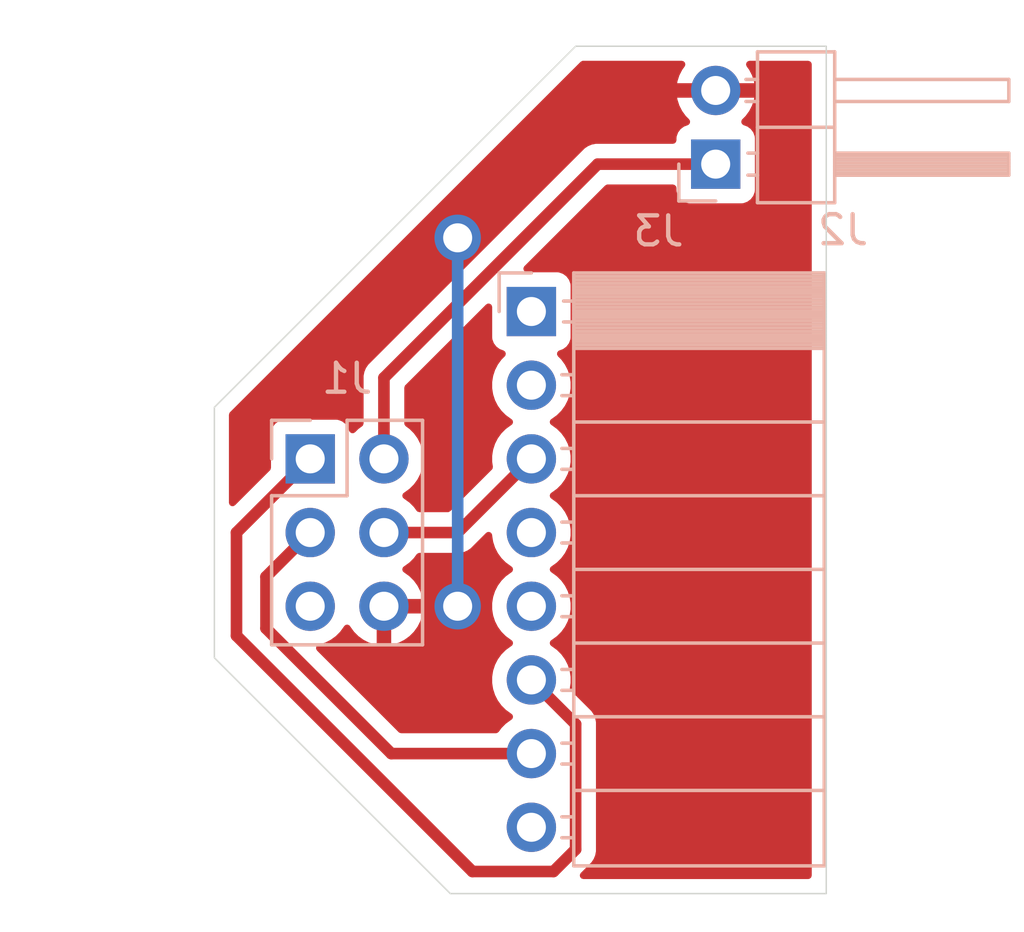
<source format=kicad_pcb>
(kicad_pcb (version 20241229) (generator "pcbnew") (generator_version "9.0")
  (layers (0 "F.Cu" signal) (2 "B.Cu" signal) (13 "F.Paste" user) (15 "B.Paste" user) (5 "F.SilkS" user "F.Silkscreen") (7 "B.SilkS" user "B.Silkscreen") (1 "F.Mask" user) (3 "B.Mask" user) (25 "Edge.Cuts" user))
  (net 0 "")
  (net 1 "GND")
  (net 2 "/SCK")
  (net 3 "+5V")
  (net 4 "/MOSI")
  (net 5 "/MISO")
  (footprint "Connector_PinSocket_2.54mm:PinSocket_1x08_P2.54mm_Horizontal" (layer "B.Cu") (at 33.02 45.72 180)
    (property "Reference" "J3" (at -4.38 2.77 0) (layer "B.SilkS") (effects (justify mirror)))
    (property "Value" "Conn_01x08_Socket")
    (fp_line (start 1.11 1.33) (end 1.11 0) (stroke (width 0.12)) (layer "B.SilkS"))
    (fp_line (start 0 1.33) (end 1.11 1.33) (stroke (width 0.12)) (layer "B.SilkS"))
    (fp_line (start -1.46 1.33) (end -1.46 -19.11) (stroke (width 0.12)) (layer "B.SilkS"))
    (fp_line (start -1.46 0.36) (end -1.11 0.36) (stroke (width 0.12)) (layer "B.SilkS"))
    (fp_line (start -1.46 -0.36) (end -1.11 -0.36) (stroke (width 0.12)) (layer "B.SilkS"))
    (fp_line (start -1.46 -2.18) (end -1.05 -2.18) (stroke (width 0.12)) (layer "B.SilkS"))
    (fp_line (start -1.46 -2.9) (end -1.05 -2.9) (stroke (width 0.12)) (layer "B.SilkS"))
    (fp_line (start -1.46 -4.72) (end -1.05 -4.72) (stroke (width 0.12)) (layer "B.SilkS"))
    (fp_line (start -1.46 -5.44) (end -1.05 -5.44) (stroke (width 0.12)) (layer "B.SilkS"))
    (fp_line (start -1.46 -7.26) (end -1.05 -7.26) (stroke (width 0.12)) (layer "B.SilkS"))
    (fp_line (start -1.46 -7.98) (end -1.05 -7.98) (stroke (width 0.12)) (layer "B.SilkS"))
    (fp_line (start -1.46 -9.8) (end -1.05 -9.8) (stroke (width 0.12)) (layer "B.SilkS"))
    (fp_line (start -1.46 -10.52) (end -1.05 -10.52) (stroke (width 0.12)) (layer "B.SilkS"))
    (fp_line (start -1.46 -12.34) (end -1.05 -12.34) (stroke (width 0.12)) (layer "B.SilkS"))
    (fp_line (start -1.46 -13.06) (end -1.05 -13.06) (stroke (width 0.12)) (layer "B.SilkS"))
    (fp_line (start -1.46 -14.88) (end -1.05 -14.88) (stroke (width 0.12)) (layer "B.SilkS"))
    (fp_line (start -1.46 -15.6) (end -1.05 -15.6) (stroke (width 0.12)) (layer "B.SilkS"))
    (fp_line (start -1.46 -17.42) (end -1.05 -17.42) (stroke (width 0.12)) (layer "B.SilkS"))
    (fp_line (start -1.46 -18.14) (end -1.05 -18.14) (stroke (width 0.12)) (layer "B.SilkS"))
    (fp_line (start -10.09 1.33) (end -1.46 1.33) (stroke (width 0.12)) (layer "B.SilkS"))
    (fp_line (start -10.09 1.33) (end -10.09 -19.11) (stroke (width 0.12)) (layer "B.SilkS"))
    (fp_line (start -10.09 1.21) (end -1.46 1.21) (stroke (width 0.12)) (layer "B.SilkS"))
    (fp_line (start -10.09 1.091905) (end -1.46 1.091905) (stroke (width 0.12)) (layer "B.SilkS"))
    (fp_line (start -10.09 0.97381) (end -1.46 0.97381) (stroke (width 0.12)) (layer "B.SilkS"))
    (fp_line (start -10.09 0.855715) (end -1.46 0.855715) (stroke (width 0.12)) (layer "B.SilkS"))
    (fp_line (start -10.09 0.73762) (end -1.46 0.73762) (stroke (width 0.12)) (layer "B.SilkS"))
    (fp_line (start -10.09 0.619525) (end -1.46 0.619525) (stroke (width 0.12)) (layer "B.SilkS"))
    (fp_line (start -10.09 0.50143) (end -1.46 0.50143) (stroke (width 0.12)) (layer "B.SilkS"))
    (fp_line (start -10.09 0.383335) (end -1.46 0.383335) (stroke (width 0.12)) (layer "B.SilkS"))
    (fp_line (start -10.09 0.26524) (end -1.46 0.26524) (stroke (width 0.12)) (layer "B.SilkS"))
    (fp_line (start -10.09 0.147145) (end -1.46 0.147145) (stroke (width 0.12)) (layer "B.SilkS"))
    (fp_line (start -10.09 0.02905) (end -1.46 0.02905) (stroke (width 0.12)) (layer "B.SilkS"))
    (fp_line (start -10.09 -0.089045) (end -1.46 -0.089045) (stroke (width 0.12)) (layer "B.SilkS"))
    (fp_line (start -10.09 -0.20714) (end -1.46 -0.20714) (stroke (width 0.12)) (layer "B.SilkS"))
    (fp_line (start -10.09 -0.325235) (end -1.46 -0.325235) (stroke (width 0.12)) (layer "B.SilkS"))
    (fp_line (start -10.09 -0.44333) (end -1.46 -0.44333) (stroke (width 0.12)) (layer "B.SilkS"))
    (fp_line (start -10.09 -0.561425) (end -1.46 -0.561425) (stroke (width 0.12)) (layer "B.SilkS"))
    (fp_line (start -10.09 -0.67952) (end -1.46 -0.67952) (stroke (width 0.12)) (layer "B.SilkS"))
    (fp_line (start -10.09 -0.797615) (end -1.46 -0.797615) (stroke (width 0.12)) (layer "B.SilkS"))
    (fp_line (start -10.09 -0.91571) (end -1.46 -0.91571) (stroke (width 0.12)) (layer "B.SilkS"))
    (fp_line (start -10.09 -1.033805) (end -1.46 -1.033805) (stroke (width 0.12)) (layer "B.SilkS"))
    (fp_line (start -10.09 -1.1519) (end -1.46 -1.1519) (stroke (width 0.12)) (layer "B.SilkS"))
    (fp_line (start -10.09 -1.27) (end -1.46 -1.27) (stroke (width 0.12)) (layer "B.SilkS"))
    (fp_line (start -10.09 -3.81) (end -1.46 -3.81) (stroke (width 0.12)) (layer "B.SilkS"))
    (fp_line (start -10.09 -6.35) (end -1.46 -6.35) (stroke (width 0.12)) (layer "B.SilkS"))
    (fp_line (start -10.09 -8.89) (end -1.46 -8.89) (stroke (width 0.12)) (layer "B.SilkS"))
    (fp_line (start -10.09 -11.43) (end -1.46 -11.43) (stroke (width 0.12)) (layer "B.SilkS"))
    (fp_line (start -10.09 -13.97) (end -1.46 -13.97) (stroke (width 0.12)) (layer "B.SilkS"))
    (fp_line (start -10.09 -16.51) (end -1.46 -16.51) (stroke (width 0.12)) (layer "B.SilkS"))
    (fp_line (start -10.09 -19.11) (end -1.46 -19.11) (stroke (width 0.12)) (layer "B.SilkS"))
    (pad "1" thru_hole rect (at 0 0 180) (size 1.7 1.7) (drill 1) (layers "*.Cu" "*.Mask"))
    (pad "2" thru_hole oval (at 0 -2.54 180) (size 1.7 1.7) (drill 1) (layers "*.Cu" "*.Mask"))
    (pad "3" thru_hole oval (at 0 -5.08 180) (size 1.7 1.7) (drill 1) (layers "*.Cu" "*.Mask") (net 4 "/MOSI"))
    (pad "4" thru_hole oval (at 0 -7.62 180) (size 1.7 1.7) (drill 1) (layers "*.Cu" "*.Mask"))
    (pad "5" thru_hole oval (at 0 -10.16 180) (size 1.7 1.7) (drill 1) (layers "*.Cu" "*.Mask"))
    (pad "6" thru_hole oval (at 0 -12.7 180) (size 1.7 1.7) (drill 1) (layers "*.Cu" "*.Mask") (net 5 "/MISO"))
    (pad "7" thru_hole oval (at 0 -15.24 180) (size 1.7 1.7) (drill 1) (layers "*.Cu" "*.Mask") (net 2 "/SCK"))
    (pad "8" thru_hole oval (at 0 -17.78 180) (size 1.7 1.7) (drill 1) (layers "*.Cu" "*.Mask"))
  )
  (footprint "Connector_PinSocket_2.54mm:PinSocket_2x03_P2.54mm_Vertical" (layer "B.Cu") (at 25.4 50.8 180)
    (property "Reference" "J1" (at -1.27 2.77 0) (layer "B.SilkS") (effects (justify mirror)))
    (property "Value" "Conn_02x03_Counter_Clockwise")
    (fp_line (start 1.33 1.33) (end 1.33 0) (stroke (width 0.12)) (layer "B.SilkS"))
    (fp_line (start 1.33 -1.27) (end 1.33 -6.41) (stroke (width 0.12)) (layer "B.SilkS"))
    (fp_line (start 0 1.33) (end 1.33 1.33) (stroke (width 0.12)) (layer "B.SilkS"))
    (fp_line (start -1.27 1.33) (end -1.27 -1.27) (stroke (width 0.12)) (layer "B.SilkS"))
    (fp_line (start -1.27 -1.27) (end 1.33 -1.27) (stroke (width 0.12)) (layer "B.SilkS"))
    (fp_line (start -3.87 1.33) (end -1.27 1.33) (stroke (width 0.12)) (layer "B.SilkS"))
    (fp_line (start -3.87 1.33) (end -3.87 -6.41) (stroke (width 0.12)) (layer "B.SilkS"))
    (fp_line (start -3.87 -6.41) (end 1.33 -6.41) (stroke (width 0.12)) (layer "B.SilkS"))
    (pad "1" thru_hole rect (at 0 0 180) (size 1.7 1.7) (drill 1) (layers "*.Cu" "*.Mask") (net 5 "/MISO"))
    (pad "2" thru_hole oval (at -2.54 0 180) (size 1.7 1.7) (drill 1) (layers "*.Cu" "*.Mask") (net 3 "+5V"))
    (pad "3" thru_hole oval (at 0 -2.54 180) (size 1.7 1.7) (drill 1) (layers "*.Cu" "*.Mask") (net 2 "/SCK"))
    (pad "4" thru_hole oval (at -2.54 -2.54 180) (size 1.7 1.7) (drill 1) (layers "*.Cu" "*.Mask") (net 4 "/MOSI"))
    (pad "5" thru_hole oval (at 0 -5.08 180) (size 1.7 1.7) (drill 1) (layers "*.Cu" "*.Mask"))
    (pad "6" thru_hole oval (at -2.54 -5.08 180) (size 1.7 1.7) (drill 1) (layers "*.Cu" "*.Mask") (net 1 "GND"))
  )
  (footprint "Connector_PinHeader_2.54mm:PinHeader_1x02_P2.54mm_Horizontal" (layer "B.Cu") (at 39.37 40.64)
    (property "Reference" "J2" (at 4.385 2.27 180) (layer "B.SilkS") (effects (justify mirror)))
    (property "Value" "Conn_01x02_Pin")
    (fp_line (start -1.27 0) (end -1.27 1.27) (stroke (width 0.12)) (layer "B.SilkS"))
    (fp_line (start -1.27 1.27) (end 0 1.27) (stroke (width 0.12)) (layer "B.SilkS"))
    (fp_line (start 1.042929 -2.92) (end 1.44 -2.92) (stroke (width 0.12)) (layer "B.SilkS"))
    (fp_line (start 1.042929 -2.16) (end 1.44 -2.16) (stroke (width 0.12)) (layer "B.SilkS"))
    (fp_line (start 1.11 -0.38) (end 1.44 -0.38) (stroke (width 0.12)) (layer "B.SilkS"))
    (fp_line (start 1.11 0.38) (end 1.44 0.38) (stroke (width 0.12)) (layer "B.SilkS"))
    (fp_line (start 1.44 -3.87) (end 4.1 -3.87) (stroke (width 0.12)) (layer "B.SilkS"))
    (fp_line (start 1.44 -1.27) (end 4.1 -1.27) (stroke (width 0.12)) (layer "B.SilkS"))
    (fp_line (start 1.44 1.33) (end 1.44 -3.87) (stroke (width 0.12)) (layer "B.SilkS"))
    (fp_line (start 4.1 -3.87) (end 4.1 1.33) (stroke (width 0.12)) (layer "B.SilkS"))
    (fp_line (start 4.1 -2.16) (end 10.1 -2.16) (stroke (width 0.12)) (layer "B.SilkS"))
    (fp_line (start 4.1 -0.28) (end 10.1 -0.28) (stroke (width 0.12)) (layer "B.SilkS"))
    (fp_line (start 4.1 -0.16) (end 10.1 -0.16) (stroke (width 0.12)) (layer "B.SilkS"))
    (fp_line (start 4.1 -0.04) (end 10.1 -0.04) (stroke (width 0.12)) (layer "B.SilkS"))
    (fp_line (start 4.1 0.08) (end 10.1 0.08) (stroke (width 0.12)) (layer "B.SilkS"))
    (fp_line (start 4.1 0.2) (end 10.1 0.2) (stroke (width 0.12)) (layer "B.SilkS"))
    (fp_line (start 4.1 0.32) (end 10.1 0.32) (stroke (width 0.12)) (layer "B.SilkS"))
    (fp_line (start 4.1 0.38) (end 10.1 0.38) (stroke (width 0.12)) (layer "B.SilkS"))
    (fp_line (start 4.1 1.33) (end 1.44 1.33) (stroke (width 0.12)) (layer "B.SilkS"))
    (fp_line (start 10.1 -2.92) (end 4.1 -2.92) (stroke (width 0.12)) (layer "B.SilkS"))
    (fp_line (start 10.1 -2.16) (end 10.1 -2.92) (stroke (width 0.12)) (layer "B.SilkS"))
    (fp_line (start 10.1 -0.38) (end 4.1 -0.38) (stroke (width 0.12)) (layer "B.SilkS"))
    (fp_line (start 10.1 0.38) (end 10.1 -0.38) (stroke (width 0.12)) (layer "B.SilkS"))
    (pad "1" thru_hole rect (at 0 0) (size 1.7 1.7) (drill 1) (layers "*.Cu" "*.Mask") (net 3 "+5V"))
    (pad "2" thru_hole oval (at 0 -2.54) (size 1.7 1.7) (drill 1) (layers "*.Cu" "*.Mask") (net 1 "GND"))
  )
  (gr_poly (pts (xy 22.098 57.658) (xy 30.226 65.786) (xy 43.18 65.786) (xy 43.18 36.576) (xy 34.544 36.576) (xy 22.098 49.022)) (stroke (width 0.05)) (fill no) (layer "Edge.Cuts"))
  (segment (start 35.56 38.1) (end 30.48 43.18) (width 0.4) (layer "F.Cu") (net 1))
  (segment (start 27.94 55.88) (end 30.48 55.88) (width 0.4) (layer "F.Cu") (net 1))
  (segment (start 39.37 38.1) (end 35.56 38.1) (width 0.4) (layer "F.Cu") (net 1))
  (via (at 30.48 55.88) (size 1.6) (drill 1) (layers "F.Cu" "B.Cu") (net 1))
  (via (at 30.48 43.18) (size 1.6) (drill 1) (layers "F.Cu" "B.Cu") (net 1))
  (segment (start 30.48 55.88) (end 30.48 43.18) (width 0.4) (layer "B.Cu") (net 1))
  (segment (start 28.194 60.96) (end 33.02 60.96) (width 0.4) (layer "F.Cu") (net 2))
  (segment (start 23.876 54.864) (end 23.876 56.642) (width 0.4) (layer "F.Cu") (net 2))
  (segment (start 23.876 56.642) (end 28.194 60.96) (width 0.4) (layer "F.Cu") (net 2))
  (segment (start 25.4 53.34) (end 23.876 54.864) (width 0.4) (layer "F.Cu") (net 2))
  (segment (start 27.94 48.006) (end 35.306 40.64) (width 0.4) (layer "F.Cu") (net 3))
  (segment (start 27.94 50.8) (end 27.94 48.006) (width 0.4) (layer "F.Cu") (net 3))
  (segment (start 35.306 40.64) (end 39.37 40.64) (width 0.4) (layer "F.Cu") (net 3))
  (segment (start 30.48 53.34) (end 33.02 50.8) (width 0.4) (layer "F.Cu") (net 4))
  (segment (start 27.94 53.34) (end 30.48 53.34) (width 0.4) (layer "F.Cu") (net 4))
  (segment (start 30.988 65.024) (end 33.782 65.024) (width 0.4) (layer "F.Cu") (net 5))
  (segment (start 22.86 53.34) (end 22.86 56.896) (width 0.4) (layer "F.Cu") (net 5))
  (segment (start 25.4 50.8) (end 22.86 53.34) (width 0.4) (layer "F.Cu") (net 5))
  (segment (start 34.544 59.944) (end 33.02 58.42) (width 0.4) (layer "F.Cu") (net 5))
  (segment (start 22.86 56.896) (end 30.988 65.024) (width 0.4) (layer "F.Cu") (net 5))
  (segment (start 33.782 65.024) (end 34.544 64.262) (width 0.4) (layer "F.Cu") (net 5))
  (segment (start 34.544 64.262) (end 34.544 59.944) (width 0.4) (layer "F.Cu") (net 5))
  (zone (net 1) (net_name "GND") (layer "F.Cu") (connect_pads (clearance 0.5)) (min_thickness 0.25) (fill yes (thermal_gap 0.5) (thermal_bridge_width 0.5) (island_removal_mode 2) (island_area_min 10))
    (polygon (pts (xy 20.32 35.56) (xy 45.72 35.56) (xy 45.72 66.04) (xy 20.32 66.04)))
  )
)
</source>
